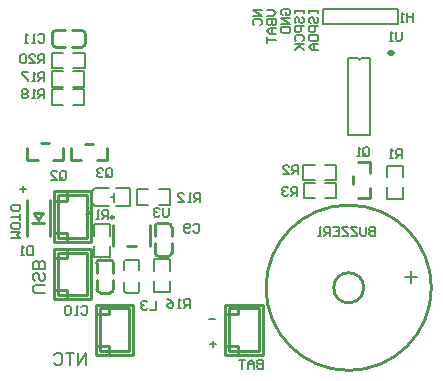
<source format=gbo>
G04*
G04 #@! TF.GenerationSoftware,Altium Limited,Altium Designer,20.0.2 (26)*
G04*
G04 Layer_Color=32896*
%FSLAX25Y25*%
%MOIN*%
G70*
G01*
G75*
%ADD10C,0.01000*%
%ADD12C,0.00591*%
%ADD15C,0.00600*%
%ADD16C,0.00598*%
%ADD50C,0.02000*%
%ADD74C,0.00787*%
%ADD75C,0.00591*%
D10*
X118201Y30500D02*
G03*
X118201Y30500I-5000J0D01*
G01*
X140760D02*
G03*
X140760Y30500I-27559J0D01*
G01*
X49803Y51953D02*
G03*
X48583Y50733I0J-1220D01*
G01*
X54172D02*
G03*
X52953Y51953I-1220J0D01*
G01*
X48606Y42167D02*
G03*
X49826Y40947I1220J0D01*
G01*
X52976D02*
G03*
X54195Y42167I0J1220D01*
G01*
X30403Y39834D02*
G03*
X29183Y38614I0J-1220D01*
G01*
X34773D02*
G03*
X33553Y39834I-1220J0D01*
G01*
X29206Y30047D02*
G03*
X30426Y28828I1220J0D01*
G01*
X33576D02*
G03*
X34795Y30047I0J1220D01*
G01*
X14411Y111903D02*
G03*
X15631Y110683I1220J0D01*
G01*
Y116272D02*
G03*
X14411Y115053I0J-1220D01*
G01*
X24197Y110706D02*
G03*
X25417Y111926I0J1220D01*
G01*
Y115076D02*
G03*
X24197Y116295I-1220J0D01*
G01*
X34900Y53934D02*
G03*
X34900Y53934I-500J0D01*
G01*
X26050Y47174D02*
Y61348D01*
X16207D02*
X26050D01*
X16207Y47174D02*
Y61348D01*
Y47174D02*
X26050D01*
X14829Y45895D02*
X27428D01*
X14830D02*
Y62627D01*
X14829D02*
X27428D01*
X27430Y45895D02*
Y62627D01*
X19357Y45993D02*
Y48756D01*
X15026Y48749D02*
X19357Y48756D01*
Y59379D02*
Y62142D01*
X15026Y59386D02*
X19357Y59379D01*
X40050Y9452D02*
Y23626D01*
X30207D02*
X40050D01*
X30207Y9452D02*
Y23626D01*
Y9452D02*
X40050D01*
X28829Y8173D02*
X41428D01*
X28830D02*
Y24905D01*
X28829D02*
X41428D01*
X41430Y8173D02*
Y24905D01*
X33357Y8271D02*
Y11034D01*
X29026Y11027D02*
X33357Y11034D01*
Y21657D02*
Y24420D01*
X29026Y21664D02*
X33357Y21657D01*
X83150Y9452D02*
Y23626D01*
X73307D02*
X83150D01*
X73307Y9452D02*
Y23626D01*
Y9452D02*
X83150D01*
X71929Y8173D02*
X84528D01*
X71930D02*
Y24905D01*
X71929D02*
X84528D01*
X84530Y8173D02*
Y24905D01*
X76457Y8271D02*
Y11034D01*
X72126Y11027D02*
X76457Y11034D01*
Y21657D02*
Y24420D01*
X72126Y21664D02*
X76457Y21657D01*
X26050Y28052D02*
Y42226D01*
X16207D02*
X26050D01*
X16207Y28052D02*
Y42226D01*
Y28052D02*
X26050D01*
X14829Y26773D02*
X27428D01*
X14830D02*
Y43505D01*
X14829D02*
X27428D01*
X27430Y26773D02*
Y43505D01*
X19357Y26871D02*
Y29634D01*
X15026Y29627D02*
X19357Y29634D01*
Y40257D02*
Y43020D01*
X15026Y40264D02*
X19357Y40257D01*
X49826Y40947D02*
X52976D01*
X48606Y42167D02*
Y45316D01*
X54195Y42167D02*
Y45316D01*
X48583Y47583D02*
Y50733D01*
X49803Y51953D02*
X52953D01*
X54172Y47583D02*
Y50733D01*
X30426Y28828D02*
X33576D01*
X29206Y30047D02*
Y33197D01*
X34795Y30047D02*
Y33197D01*
X29183Y35464D02*
Y38614D01*
X30403Y39833D02*
X33553D01*
X34772Y35464D02*
Y38614D01*
X25417Y111926D02*
Y115076D01*
X21048Y110706D02*
X24197D01*
X21048Y116295D02*
X24197D01*
X15631Y110683D02*
X18781D01*
X14411Y111903D02*
Y115053D01*
X15631Y116272D02*
X18781D01*
X7800Y52133D02*
X11800D01*
X5863Y47828D02*
Y59639D01*
X8200Y55333D02*
X9800Y53033D01*
X8200Y55333D02*
X11400D01*
X9800Y53033D02*
X11400Y55333D01*
X13737Y47828D02*
Y59639D01*
X116325Y60495D02*
X120263D01*
Y63897D01*
X114751Y65164D02*
Y67637D01*
X116325Y72306D02*
X120263D01*
Y68904D02*
Y72306D01*
X6138Y73144D02*
Y77081D01*
Y73144D02*
X9540D01*
X10807Y78656D02*
X13280D01*
X17949Y73144D02*
Y77081D01*
X14547Y73144D02*
X17949D01*
X20738Y73044D02*
Y76981D01*
Y73044D02*
X24140D01*
X25407Y78556D02*
X27880D01*
X32549Y73044D02*
Y76981D01*
X29147Y73044D02*
X32549D01*
X47002Y44390D02*
Y51477D01*
X39325Y44390D02*
X42475D01*
X34797D02*
Y51477D01*
D12*
X35531Y57747D02*
X40452D01*
X35531Y63653D02*
X40452D01*
X28641Y57747D02*
X33169D01*
X28641Y63653D02*
X33169D01*
X40452Y57748D02*
Y63574D01*
X27460Y59323D02*
Y62078D01*
Y58928D02*
X28641Y57747D01*
X27460Y58928D02*
Y59323D01*
Y62472D02*
X28641Y63653D01*
X27460Y62078D02*
Y62472D01*
X33850Y60675D02*
X34850D01*
Y59200D02*
Y62200D01*
D15*
X38263Y39307D02*
X38863Y39907D01*
X42865D01*
X43464Y39307D01*
X42865Y28746D02*
X43464Y29346D01*
X38863Y28746D02*
X42865D01*
X38263Y29346D02*
X38863Y28746D01*
X131301Y60181D02*
Y63956D01*
X126099Y60181D02*
X131301D01*
X126099D02*
Y63956D01*
X131301Y67313D02*
Y71088D01*
X126099D02*
X131301D01*
X126099Y67313D02*
Y71088D01*
X105244Y71501D02*
X109019D01*
Y66299D02*
Y71501D01*
X105244Y66299D02*
X109019D01*
X98112Y71501D02*
X101888D01*
X98112Y66299D02*
Y71501D01*
Y66299D02*
X101888D01*
X105285Y65501D02*
X109060D01*
Y60300D02*
Y65501D01*
X105285Y60300D02*
X109060D01*
X98154Y65501D02*
X101929D01*
X98154Y60300D02*
Y65501D01*
Y60300D02*
X101929D01*
X49812Y63401D02*
X53588D01*
Y58199D02*
Y63401D01*
X49812Y58199D02*
X53588D01*
X42681Y63401D02*
X46457D01*
X42681Y58199D02*
Y63401D01*
Y58199D02*
X46457D01*
X33601Y40747D02*
Y44522D01*
X28399Y40747D02*
X33601D01*
X28399D02*
Y44522D01*
X33601Y47878D02*
Y51653D01*
X28399D02*
X33601D01*
X28399Y47878D02*
Y51653D01*
X48383Y36213D02*
Y39988D01*
X53585D01*
Y36213D02*
Y39988D01*
X48383Y29081D02*
Y32857D01*
Y29081D02*
X53585D01*
Y32857D01*
X21333Y102701D02*
X25108D01*
Y97499D02*
Y102701D01*
X21333Y97499D02*
X25108D01*
X14202Y102701D02*
X17977D01*
X14202Y97499D02*
Y102701D01*
Y97499D02*
X17977D01*
X21333Y96601D02*
X25108D01*
Y91399D02*
Y96601D01*
X21333Y91399D02*
X25108D01*
X14202Y96601D02*
X17977D01*
X14202Y91399D02*
Y96601D01*
Y91399D02*
X17977D01*
X21378Y108801D02*
X25153D01*
Y103599D02*
Y108801D01*
X21378Y103599D02*
X25153D01*
X14247Y108801D02*
X18022D01*
X14247Y103599D02*
Y108801D01*
Y103599D02*
X18022D01*
X25800Y4600D02*
Y8599D01*
X23134Y4600D01*
Y8599D01*
X21801D02*
X19136D01*
X20468D01*
Y4600D01*
X15137Y7932D02*
X15803Y8599D01*
X17136D01*
X17803Y7932D01*
Y5266D01*
X17136Y4600D01*
X15803D01*
X15137Y5266D01*
X86101Y123000D02*
X88100D01*
X89100Y122000D01*
X88100Y121001D01*
X86101D01*
Y120001D02*
X89100D01*
Y118501D01*
X88600Y118002D01*
X88100D01*
X87600Y118501D01*
Y120001D01*
Y118501D01*
X87101Y118002D01*
X86601D01*
X86101Y118501D01*
Y120001D01*
X89100Y117002D02*
X87101D01*
X86101Y116002D01*
X87101Y115003D01*
X89100D01*
X87600D01*
Y117002D01*
X86101Y114003D02*
Y112004D01*
Y113003D01*
X89100D01*
X100001Y123100D02*
Y122100D01*
Y122600D01*
X103000D01*
Y123100D01*
Y122100D01*
X100501Y118602D02*
X100001Y119101D01*
Y120101D01*
X100501Y120601D01*
X101001D01*
X101500Y120101D01*
Y119101D01*
X102000Y118602D01*
X102500D01*
X103000Y119101D01*
Y120101D01*
X102500Y120601D01*
X103000Y117602D02*
X100001D01*
Y116102D01*
X100501Y115602D01*
X101500D01*
X102000Y116102D01*
Y117602D01*
X100001Y114603D02*
X103000D01*
Y113103D01*
X102500Y112603D01*
X100501D01*
X100001Y113103D01*
Y114603D01*
X103000Y111604D02*
X101001D01*
X100001Y110604D01*
X101001Y109604D01*
X103000D01*
X101500D01*
Y111604D01*
X95201Y123200D02*
Y122200D01*
Y122700D01*
X98200D01*
Y123200D01*
Y122200D01*
X95701Y118702D02*
X95201Y119201D01*
Y120201D01*
X95701Y120701D01*
X96201D01*
X96701Y120201D01*
Y119201D01*
X97200Y118702D01*
X97700D01*
X98200Y119201D01*
Y120201D01*
X97700Y120701D01*
X98200Y117702D02*
X95201D01*
Y116202D01*
X95701Y115702D01*
X96701D01*
X97200Y116202D01*
Y117702D01*
X95701Y112703D02*
X95201Y113203D01*
Y114203D01*
X95701Y114703D01*
X97700D01*
X98200Y114203D01*
Y113203D01*
X97700Y112703D01*
X95201Y111704D02*
X98200D01*
X97200D01*
X95201Y109704D01*
X96701Y111204D01*
X98200Y109704D01*
X91201Y121301D02*
X90701Y121800D01*
Y122800D01*
X91201Y123300D01*
X93200D01*
X93700Y122800D01*
Y121800D01*
X93200Y121301D01*
X92200D01*
Y122300D01*
X93700Y120301D02*
X90701D01*
X93700Y118302D01*
X90701D01*
Y117302D02*
X93700D01*
Y115802D01*
X93200Y115303D01*
X91201D01*
X90701Y115802D01*
Y117302D01*
X84300Y123000D02*
X81301D01*
X84300Y121001D01*
X81301D01*
X81801Y118002D02*
X81301Y118501D01*
Y119501D01*
X81801Y120001D01*
X83800D01*
X84300Y119501D01*
Y118501D01*
X83800Y118002D01*
X800Y47100D02*
X3799D01*
X2799Y48100D01*
X3799Y49099D01*
X800D01*
X3799Y51599D02*
Y50599D01*
X3299Y50099D01*
X1300D01*
X800Y50599D01*
Y51599D01*
X1300Y52098D01*
X3299D01*
X3799Y51599D01*
Y53098D02*
Y55097D01*
Y54098D01*
X800D01*
X3799Y57597D02*
Y56597D01*
X3299Y56097D01*
X1300D01*
X800Y56597D01*
Y57597D01*
X1300Y58096D01*
X3299D01*
X3799Y57597D01*
X4499Y62400D02*
Y64399D01*
X5499Y63400D02*
X3500D01*
X53799Y59900D02*
Y61899D01*
X11899Y28900D02*
X8567D01*
X7900Y29566D01*
Y30899D01*
X8567Y31566D01*
X11899D01*
X11232Y35565D02*
X11899Y34898D01*
Y33565D01*
X11232Y32899D01*
X10566D01*
X9899Y33565D01*
Y34898D01*
X9233Y35565D01*
X8567D01*
X7900Y34898D01*
Y33565D01*
X8567Y32899D01*
X11899Y36897D02*
X7900D01*
Y38897D01*
X8567Y39563D01*
X9233D01*
X9899Y38897D01*
Y36897D01*
Y38897D01*
X10566Y39563D01*
X11232D01*
X11899Y38897D01*
Y36897D01*
X68700Y19999D02*
X66701D01*
X68900Y11900D02*
X66901D01*
X67900Y12899D02*
Y10900D01*
X84500Y6499D02*
Y3500D01*
X83000D01*
X82501Y4000D01*
Y4500D01*
X83000Y5000D01*
X84500D01*
X83000D01*
X82501Y5499D01*
Y5999D01*
X83000Y6499D01*
X84500D01*
X81501Y3500D02*
Y5499D01*
X80501Y6499D01*
X79502Y5499D01*
Y3500D01*
Y5000D01*
X81501D01*
X78502Y6499D02*
X76503D01*
X77502D01*
Y3500D01*
X135900Y34099D02*
X131901D01*
X133901Y36098D02*
Y32100D01*
X134600Y122199D02*
Y119200D01*
Y120700D01*
X132601D01*
Y122199D01*
Y119200D01*
X131601D02*
X130601D01*
X131101D01*
Y122199D01*
X131601Y121699D01*
X122000Y50799D02*
Y47800D01*
X120501D01*
X120001Y48300D01*
Y48800D01*
X120501Y49299D01*
X122000D01*
X120501D01*
X120001Y49799D01*
Y50299D01*
X120501Y50799D01*
X122000D01*
X119001D02*
Y48300D01*
X118501Y47800D01*
X117501D01*
X117002Y48300D01*
Y50799D01*
X116002D02*
X114003D01*
Y50299D01*
X116002Y48300D01*
Y47800D01*
X114003D01*
X113003Y50799D02*
X111004D01*
Y50299D01*
X113003Y48300D01*
Y47800D01*
X111004D01*
X108004Y50799D02*
X110004D01*
Y47800D01*
X108004D01*
X110004Y49299D02*
X109004D01*
X107005Y47800D02*
Y50799D01*
X105505D01*
X105006Y50299D01*
Y49299D01*
X105505Y48800D01*
X107005D01*
X106005D02*
X105006Y47800D01*
X104006D02*
X103006D01*
X103506D01*
Y50799D01*
X104006Y50299D01*
X61401Y51299D02*
X61901Y51799D01*
X62900D01*
X63400Y51299D01*
Y49300D01*
X62900Y48800D01*
X61901D01*
X61401Y49300D01*
X60401D02*
X59901Y48800D01*
X58901D01*
X58402Y49300D01*
Y51299D01*
X58901Y51799D01*
X59901D01*
X60401Y51299D01*
Y50799D01*
X59901Y50300D01*
X58402D01*
X24101Y23999D02*
X24600Y24499D01*
X25600D01*
X26100Y23999D01*
Y22000D01*
X25600Y21500D01*
X24600D01*
X24101Y22000D01*
X23101Y21500D02*
X22101D01*
X22601D01*
Y24499D01*
X23101Y23999D01*
X20602D02*
X20102Y24499D01*
X19102D01*
X18602Y23999D01*
Y22000D01*
X19102Y21500D01*
X20102D01*
X20602Y22000D01*
Y23999D01*
X9701Y114699D02*
X10200Y115199D01*
X11200D01*
X11700Y114699D01*
Y112700D01*
X11200Y112200D01*
X10200D01*
X9701Y112700D01*
X8701Y112200D02*
X7701D01*
X8201D01*
Y115199D01*
X8701Y114699D01*
X6202Y112200D02*
X5202D01*
X5702D01*
Y115199D01*
X6202Y114699D01*
X7900Y44399D02*
Y41400D01*
X6401D01*
X5901Y41900D01*
Y43899D01*
X6401Y44399D01*
X7900D01*
X4901Y41400D02*
X3901D01*
X4401D01*
Y44399D01*
X4901Y43899D01*
X49000Y26199D02*
Y23200D01*
X47001D01*
X46001Y25699D02*
X45501Y26199D01*
X44501D01*
X44002Y25699D01*
Y25199D01*
X44501Y24700D01*
X45001D01*
X44501D01*
X44002Y24200D01*
Y23700D01*
X44501Y23200D01*
X45501D01*
X46001Y23700D01*
X118001Y74800D02*
Y76799D01*
X118500Y77299D01*
X119500D01*
X120000Y76799D01*
Y74800D01*
X119500Y74300D01*
X118500D01*
X119000Y75300D02*
X118001Y74300D01*
X118500D02*
X118001Y74800D01*
X117001Y74300D02*
X116001D01*
X116501D01*
Y77299D01*
X117001Y76799D01*
X17101Y67000D02*
Y68999D01*
X17601Y69499D01*
X18600D01*
X19100Y68999D01*
Y67000D01*
X18600Y66500D01*
X17601D01*
X18100Y67500D02*
X17101Y66500D01*
X17601D02*
X17101Y67000D01*
X14102Y66500D02*
X16101D01*
X14102Y68499D01*
Y68999D01*
X14601Y69499D01*
X15601D01*
X16101Y68999D01*
X32401Y67800D02*
Y69799D01*
X32901Y70299D01*
X33900D01*
X34400Y69799D01*
Y67800D01*
X33900Y67300D01*
X32901D01*
X33400Y68300D02*
X32401Y67300D01*
X32901D02*
X32401Y67800D01*
X31401Y69799D02*
X30901Y70299D01*
X29901D01*
X29402Y69799D01*
Y69299D01*
X29901Y68800D01*
X30401D01*
X29901D01*
X29402Y68300D01*
Y67800D01*
X29901Y67300D01*
X30901D01*
X31401Y67800D01*
X130900Y73700D02*
Y76699D01*
X129401D01*
X128901Y76199D01*
Y75200D01*
X129401Y74700D01*
X130900D01*
X129900D02*
X128901Y73700D01*
X127901D02*
X126901D01*
X127401D01*
Y76699D01*
X127901Y76199D01*
X96459Y68400D02*
Y71399D01*
X94959D01*
X94459Y70899D01*
Y69899D01*
X94959Y69399D01*
X96459D01*
X95459D02*
X94459Y68400D01*
X91460D02*
X93460D01*
X91460Y70399D01*
Y70899D01*
X91960Y71399D01*
X92960D01*
X93460Y70899D01*
X96000Y61100D02*
Y64099D01*
X94500D01*
X94001Y63599D01*
Y62599D01*
X94500Y62100D01*
X96000D01*
X95000D02*
X94001Y61100D01*
X93001Y63599D02*
X92501Y64099D01*
X91501D01*
X91002Y63599D01*
Y63099D01*
X91501Y62599D01*
X92001D01*
X91501D01*
X91002Y62100D01*
Y61600D01*
X91501Y61100D01*
X92501D01*
X93001Y61600D01*
X63800Y59200D02*
Y62199D01*
X62300D01*
X61801Y61699D01*
Y60699D01*
X62300Y60200D01*
X63800D01*
X62800D02*
X61801Y59200D01*
X60801D02*
X59801D01*
X60301D01*
Y62199D01*
X60801Y61699D01*
X56302Y59200D02*
X58302D01*
X56302Y61199D01*
Y61699D01*
X56802Y62199D01*
X57802D01*
X58302Y61699D01*
X33100Y53500D02*
Y56499D01*
X31600D01*
X31101Y55999D01*
Y55000D01*
X31600Y54500D01*
X33100D01*
X32100D02*
X31101Y53500D01*
X30101D02*
X29101D01*
X29601D01*
Y56499D01*
X30101Y55999D01*
X26102Y53500D02*
Y56499D01*
X27602Y55000D01*
X25602D01*
X60200Y23800D02*
Y26799D01*
X58701D01*
X58201Y26299D01*
Y25300D01*
X58701Y24800D01*
X60200D01*
X59200D02*
X58201Y23800D01*
X57201D02*
X56201D01*
X56701D01*
Y26799D01*
X57201Y26299D01*
X52702Y26799D02*
X53702Y26299D01*
X54702Y25300D01*
Y24300D01*
X54202Y23800D01*
X53202D01*
X52702Y24300D01*
Y24800D01*
X53202Y25300D01*
X54702D01*
X11700Y99400D02*
Y102399D01*
X10200D01*
X9701Y101899D01*
Y100900D01*
X10200Y100400D01*
X11700D01*
X10700D02*
X9701Y99400D01*
X8701D02*
X7701D01*
X8201D01*
Y102399D01*
X8701Y101899D01*
X6202Y102399D02*
X4202D01*
Y101899D01*
X6202Y99900D01*
Y99400D01*
X11700Y93600D02*
Y96599D01*
X10200D01*
X9701Y96099D01*
Y95100D01*
X10200Y94600D01*
X11700D01*
X10700D02*
X9701Y93600D01*
X8701D02*
X7701D01*
X8201D01*
Y96599D01*
X8701Y96099D01*
X6202D02*
X5702Y96599D01*
X4702D01*
X4202Y96099D01*
Y95599D01*
X4702Y95100D01*
X4202Y94600D01*
Y94100D01*
X4702Y93600D01*
X5702D01*
X6202Y94100D01*
Y94600D01*
X5702Y95100D01*
X6202Y95599D01*
Y96099D01*
X5702Y95100D02*
X4702D01*
X11700Y105400D02*
Y108399D01*
X10200D01*
X9701Y107899D01*
Y106899D01*
X10200Y106400D01*
X11700D01*
X10700D02*
X9701Y105400D01*
X6702D02*
X8701D01*
X6702Y107399D01*
Y107899D01*
X7201Y108399D01*
X8201D01*
X8701Y107899D01*
X5702D02*
X5202Y108399D01*
X4202D01*
X3703Y107899D01*
Y105900D01*
X4202Y105400D01*
X5202D01*
X5702Y105900D01*
Y107899D01*
X130890Y115803D02*
Y113304D01*
X130390Y112804D01*
X129391D01*
X128891Y113304D01*
Y115803D01*
X127891Y112804D02*
X126892D01*
X127391D01*
Y115803D01*
X127891Y115303D01*
X53200Y57099D02*
Y54600D01*
X52700Y54100D01*
X51701D01*
X51201Y54600D01*
Y57099D01*
X50201Y56599D02*
X49701Y57099D01*
X48701D01*
X48202Y56599D01*
Y56099D01*
X48701Y55599D01*
X49201D01*
X48701D01*
X48202Y55100D01*
Y54600D01*
X48701Y54100D01*
X49701D01*
X50201Y54600D01*
D16*
X38263Y36307D02*
Y39307D01*
Y29346D02*
Y32346D01*
X43464Y29346D02*
Y32346D01*
Y36307D02*
Y39307D01*
D50*
X127040Y108754D02*
X127540D01*
D74*
X116074Y107034D02*
G03*
X117353Y107034I640J0D01*
G01*
X113111D02*
X116074D01*
X113111Y81443D02*
Y107034D01*
Y81443D02*
X120316D01*
Y107034D01*
X117353D02*
X120316D01*
D75*
X104534Y118300D02*
X129534D01*
X104534D02*
Y123300D01*
X129534D01*
Y118300D02*
Y123300D01*
M02*

</source>
